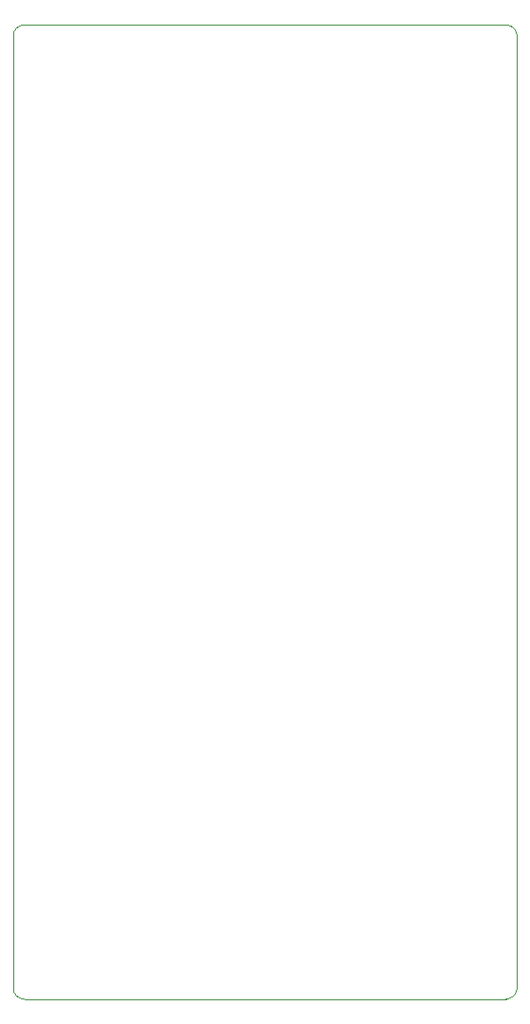
<source format=gbr>
%TF.GenerationSoftware,KiCad,Pcbnew,(6.0.4)*%
%TF.CreationDate,2022-11-07T15:55:16+01:00*%
%TF.ProjectId,mta1-usb-v1-programmer,6d746131-2d75-4736-922d-76312d70726f,rev?*%
%TF.SameCoordinates,Original*%
%TF.FileFunction,Profile,NP*%
%FSLAX46Y46*%
G04 Gerber Fmt 4.6, Leading zero omitted, Abs format (unit mm)*
G04 Created by KiCad (PCBNEW (6.0.4)) date 2022-11-07 15:55:16*
%MOMM*%
%LPD*%
G01*
G04 APERTURE LIST*
%TA.AperFunction,Profile*%
%ADD10C,0.100000*%
%TD*%
G04 APERTURE END LIST*
D10*
X119000000Y-49000000D02*
G75*
G03*
X118000000Y-50000000I0J-1000000D01*
G01*
X162000000Y-49000000D02*
X119000000Y-49000000D01*
X118000000Y-50000000D02*
X118000000Y-134992893D01*
X118000000Y-134992893D02*
G75*
G03*
X119000000Y-135992893I1000000J0D01*
G01*
X163000000Y-50000000D02*
G75*
G03*
X162000000Y-49000000I-1000000J0D01*
G01*
X119000000Y-135992893D02*
X162000000Y-135992893D01*
X163000000Y-134992893D02*
X163000000Y-50000000D01*
X162000000Y-135992893D02*
G75*
G03*
X163000000Y-134992893I0J1000000D01*
G01*
M02*

</source>
